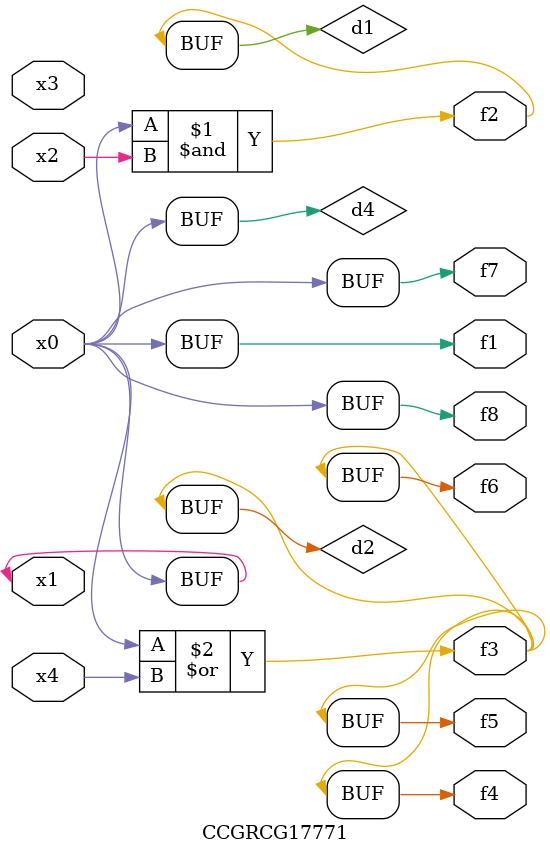
<source format=v>
module CCGRCG17771(
	input x0, x1, x2, x3, x4,
	output f1, f2, f3, f4, f5, f6, f7, f8
);

	wire d1, d2, d3, d4;

	and (d1, x0, x2);
	or (d2, x0, x4);
	nand (d3, x0, x2);
	buf (d4, x0, x1);
	assign f1 = d4;
	assign f2 = d1;
	assign f3 = d2;
	assign f4 = d2;
	assign f5 = d2;
	assign f6 = d2;
	assign f7 = d4;
	assign f8 = d4;
endmodule

</source>
